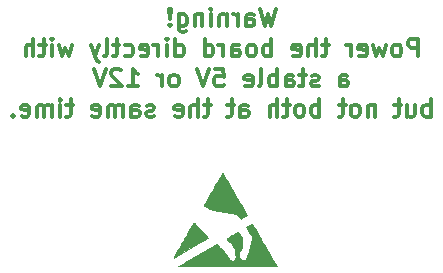
<source format=gbo>
G04 #@! TF.FileFunction,Legend,Bot*
%FSLAX46Y46*%
G04 Gerber Fmt 4.6, Leading zero omitted, Abs format (unit mm)*
G04 Created by KiCad (PCBNEW 4.0.7-e2-6376~58~ubuntu16.04.1) date Mon Mar 19 23:41:14 2018*
%MOMM*%
%LPD*%
G01*
G04 APERTURE LIST*
%ADD10C,0.100000*%
%ADD11C,0.300000*%
%ADD12C,0.010000*%
G04 APERTURE END LIST*
D10*
D11*
X153125714Y-81713571D02*
X152768571Y-83213571D01*
X152482857Y-82142143D01*
X152197143Y-83213571D01*
X151840000Y-81713571D01*
X150625714Y-83213571D02*
X150625714Y-82427857D01*
X150697143Y-82285000D01*
X150840000Y-82213571D01*
X151125714Y-82213571D01*
X151268571Y-82285000D01*
X150625714Y-83142143D02*
X150768571Y-83213571D01*
X151125714Y-83213571D01*
X151268571Y-83142143D01*
X151340000Y-82999286D01*
X151340000Y-82856429D01*
X151268571Y-82713571D01*
X151125714Y-82642143D01*
X150768571Y-82642143D01*
X150625714Y-82570714D01*
X149911428Y-83213571D02*
X149911428Y-82213571D01*
X149911428Y-82499286D02*
X149840000Y-82356429D01*
X149768571Y-82285000D01*
X149625714Y-82213571D01*
X149482857Y-82213571D01*
X148982857Y-82213571D02*
X148982857Y-83213571D01*
X148982857Y-82356429D02*
X148911429Y-82285000D01*
X148768571Y-82213571D01*
X148554286Y-82213571D01*
X148411429Y-82285000D01*
X148340000Y-82427857D01*
X148340000Y-83213571D01*
X147625714Y-83213571D02*
X147625714Y-82213571D01*
X147625714Y-81713571D02*
X147697143Y-81785000D01*
X147625714Y-81856429D01*
X147554286Y-81785000D01*
X147625714Y-81713571D01*
X147625714Y-81856429D01*
X146911428Y-82213571D02*
X146911428Y-83213571D01*
X146911428Y-82356429D02*
X146840000Y-82285000D01*
X146697142Y-82213571D01*
X146482857Y-82213571D01*
X146340000Y-82285000D01*
X146268571Y-82427857D01*
X146268571Y-83213571D01*
X144911428Y-82213571D02*
X144911428Y-83427857D01*
X144982857Y-83570714D01*
X145054285Y-83642143D01*
X145197142Y-83713571D01*
X145411428Y-83713571D01*
X145554285Y-83642143D01*
X144911428Y-83142143D02*
X145054285Y-83213571D01*
X145339999Y-83213571D01*
X145482857Y-83142143D01*
X145554285Y-83070714D01*
X145625714Y-82927857D01*
X145625714Y-82499286D01*
X145554285Y-82356429D01*
X145482857Y-82285000D01*
X145339999Y-82213571D01*
X145054285Y-82213571D01*
X144911428Y-82285000D01*
X144197142Y-83070714D02*
X144125714Y-83142143D01*
X144197142Y-83213571D01*
X144268571Y-83142143D01*
X144197142Y-83070714D01*
X144197142Y-83213571D01*
X144197142Y-82642143D02*
X144268571Y-81785000D01*
X144197142Y-81713571D01*
X144125714Y-81785000D01*
X144197142Y-82642143D01*
X144197142Y-81713571D01*
X165197142Y-85763571D02*
X165197142Y-84263571D01*
X164625714Y-84263571D01*
X164482856Y-84335000D01*
X164411428Y-84406429D01*
X164339999Y-84549286D01*
X164339999Y-84763571D01*
X164411428Y-84906429D01*
X164482856Y-84977857D01*
X164625714Y-85049286D01*
X165197142Y-85049286D01*
X163482856Y-85763571D02*
X163625714Y-85692143D01*
X163697142Y-85620714D01*
X163768571Y-85477857D01*
X163768571Y-85049286D01*
X163697142Y-84906429D01*
X163625714Y-84835000D01*
X163482856Y-84763571D01*
X163268571Y-84763571D01*
X163125714Y-84835000D01*
X163054285Y-84906429D01*
X162982856Y-85049286D01*
X162982856Y-85477857D01*
X163054285Y-85620714D01*
X163125714Y-85692143D01*
X163268571Y-85763571D01*
X163482856Y-85763571D01*
X162482856Y-84763571D02*
X162197142Y-85763571D01*
X161911428Y-85049286D01*
X161625713Y-85763571D01*
X161339999Y-84763571D01*
X160197142Y-85692143D02*
X160339999Y-85763571D01*
X160625713Y-85763571D01*
X160768570Y-85692143D01*
X160839999Y-85549286D01*
X160839999Y-84977857D01*
X160768570Y-84835000D01*
X160625713Y-84763571D01*
X160339999Y-84763571D01*
X160197142Y-84835000D01*
X160125713Y-84977857D01*
X160125713Y-85120714D01*
X160839999Y-85263571D01*
X159482856Y-85763571D02*
X159482856Y-84763571D01*
X159482856Y-85049286D02*
X159411428Y-84906429D01*
X159339999Y-84835000D01*
X159197142Y-84763571D01*
X159054285Y-84763571D01*
X157625714Y-84763571D02*
X157054285Y-84763571D01*
X157411428Y-84263571D02*
X157411428Y-85549286D01*
X157340000Y-85692143D01*
X157197142Y-85763571D01*
X157054285Y-85763571D01*
X156554285Y-85763571D02*
X156554285Y-84263571D01*
X155911428Y-85763571D02*
X155911428Y-84977857D01*
X155982857Y-84835000D01*
X156125714Y-84763571D01*
X156339999Y-84763571D01*
X156482857Y-84835000D01*
X156554285Y-84906429D01*
X154625714Y-85692143D02*
X154768571Y-85763571D01*
X155054285Y-85763571D01*
X155197142Y-85692143D01*
X155268571Y-85549286D01*
X155268571Y-84977857D01*
X155197142Y-84835000D01*
X155054285Y-84763571D01*
X154768571Y-84763571D01*
X154625714Y-84835000D01*
X154554285Y-84977857D01*
X154554285Y-85120714D01*
X155268571Y-85263571D01*
X152768571Y-85763571D02*
X152768571Y-84263571D01*
X152768571Y-84835000D02*
X152625714Y-84763571D01*
X152340000Y-84763571D01*
X152197143Y-84835000D01*
X152125714Y-84906429D01*
X152054285Y-85049286D01*
X152054285Y-85477857D01*
X152125714Y-85620714D01*
X152197143Y-85692143D01*
X152340000Y-85763571D01*
X152625714Y-85763571D01*
X152768571Y-85692143D01*
X151197142Y-85763571D02*
X151340000Y-85692143D01*
X151411428Y-85620714D01*
X151482857Y-85477857D01*
X151482857Y-85049286D01*
X151411428Y-84906429D01*
X151340000Y-84835000D01*
X151197142Y-84763571D01*
X150982857Y-84763571D01*
X150840000Y-84835000D01*
X150768571Y-84906429D01*
X150697142Y-85049286D01*
X150697142Y-85477857D01*
X150768571Y-85620714D01*
X150840000Y-85692143D01*
X150982857Y-85763571D01*
X151197142Y-85763571D01*
X149411428Y-85763571D02*
X149411428Y-84977857D01*
X149482857Y-84835000D01*
X149625714Y-84763571D01*
X149911428Y-84763571D01*
X150054285Y-84835000D01*
X149411428Y-85692143D02*
X149554285Y-85763571D01*
X149911428Y-85763571D01*
X150054285Y-85692143D01*
X150125714Y-85549286D01*
X150125714Y-85406429D01*
X150054285Y-85263571D01*
X149911428Y-85192143D01*
X149554285Y-85192143D01*
X149411428Y-85120714D01*
X148697142Y-85763571D02*
X148697142Y-84763571D01*
X148697142Y-85049286D02*
X148625714Y-84906429D01*
X148554285Y-84835000D01*
X148411428Y-84763571D01*
X148268571Y-84763571D01*
X147125714Y-85763571D02*
X147125714Y-84263571D01*
X147125714Y-85692143D02*
X147268571Y-85763571D01*
X147554285Y-85763571D01*
X147697143Y-85692143D01*
X147768571Y-85620714D01*
X147840000Y-85477857D01*
X147840000Y-85049286D01*
X147768571Y-84906429D01*
X147697143Y-84835000D01*
X147554285Y-84763571D01*
X147268571Y-84763571D01*
X147125714Y-84835000D01*
X144625714Y-85763571D02*
X144625714Y-84263571D01*
X144625714Y-85692143D02*
X144768571Y-85763571D01*
X145054285Y-85763571D01*
X145197143Y-85692143D01*
X145268571Y-85620714D01*
X145340000Y-85477857D01*
X145340000Y-85049286D01*
X145268571Y-84906429D01*
X145197143Y-84835000D01*
X145054285Y-84763571D01*
X144768571Y-84763571D01*
X144625714Y-84835000D01*
X143911428Y-85763571D02*
X143911428Y-84763571D01*
X143911428Y-84263571D02*
X143982857Y-84335000D01*
X143911428Y-84406429D01*
X143840000Y-84335000D01*
X143911428Y-84263571D01*
X143911428Y-84406429D01*
X143197142Y-85763571D02*
X143197142Y-84763571D01*
X143197142Y-85049286D02*
X143125714Y-84906429D01*
X143054285Y-84835000D01*
X142911428Y-84763571D01*
X142768571Y-84763571D01*
X141697143Y-85692143D02*
X141840000Y-85763571D01*
X142125714Y-85763571D01*
X142268571Y-85692143D01*
X142340000Y-85549286D01*
X142340000Y-84977857D01*
X142268571Y-84835000D01*
X142125714Y-84763571D01*
X141840000Y-84763571D01*
X141697143Y-84835000D01*
X141625714Y-84977857D01*
X141625714Y-85120714D01*
X142340000Y-85263571D01*
X140340000Y-85692143D02*
X140482857Y-85763571D01*
X140768571Y-85763571D01*
X140911429Y-85692143D01*
X140982857Y-85620714D01*
X141054286Y-85477857D01*
X141054286Y-85049286D01*
X140982857Y-84906429D01*
X140911429Y-84835000D01*
X140768571Y-84763571D01*
X140482857Y-84763571D01*
X140340000Y-84835000D01*
X139911429Y-84763571D02*
X139340000Y-84763571D01*
X139697143Y-84263571D02*
X139697143Y-85549286D01*
X139625715Y-85692143D01*
X139482857Y-85763571D01*
X139340000Y-85763571D01*
X138625714Y-85763571D02*
X138768572Y-85692143D01*
X138840000Y-85549286D01*
X138840000Y-84263571D01*
X138197143Y-84763571D02*
X137840000Y-85763571D01*
X137482858Y-84763571D02*
X137840000Y-85763571D01*
X137982858Y-86120714D01*
X138054286Y-86192143D01*
X138197143Y-86263571D01*
X135911429Y-84763571D02*
X135625715Y-85763571D01*
X135340001Y-85049286D01*
X135054286Y-85763571D01*
X134768572Y-84763571D01*
X134197143Y-85763571D02*
X134197143Y-84763571D01*
X134197143Y-84263571D02*
X134268572Y-84335000D01*
X134197143Y-84406429D01*
X134125715Y-84335000D01*
X134197143Y-84263571D01*
X134197143Y-84406429D01*
X133697143Y-84763571D02*
X133125714Y-84763571D01*
X133482857Y-84263571D02*
X133482857Y-85549286D01*
X133411429Y-85692143D01*
X133268571Y-85763571D01*
X133125714Y-85763571D01*
X132625714Y-85763571D02*
X132625714Y-84263571D01*
X131982857Y-85763571D02*
X131982857Y-84977857D01*
X132054286Y-84835000D01*
X132197143Y-84763571D01*
X132411428Y-84763571D01*
X132554286Y-84835000D01*
X132625714Y-84906429D01*
X158554284Y-88313571D02*
X158554284Y-87527857D01*
X158625713Y-87385000D01*
X158768570Y-87313571D01*
X159054284Y-87313571D01*
X159197141Y-87385000D01*
X158554284Y-88242143D02*
X158697141Y-88313571D01*
X159054284Y-88313571D01*
X159197141Y-88242143D01*
X159268570Y-88099286D01*
X159268570Y-87956429D01*
X159197141Y-87813571D01*
X159054284Y-87742143D01*
X158697141Y-87742143D01*
X158554284Y-87670714D01*
X156768570Y-88242143D02*
X156625713Y-88313571D01*
X156339998Y-88313571D01*
X156197141Y-88242143D01*
X156125713Y-88099286D01*
X156125713Y-88027857D01*
X156197141Y-87885000D01*
X156339998Y-87813571D01*
X156554284Y-87813571D01*
X156697141Y-87742143D01*
X156768570Y-87599286D01*
X156768570Y-87527857D01*
X156697141Y-87385000D01*
X156554284Y-87313571D01*
X156339998Y-87313571D01*
X156197141Y-87385000D01*
X155697141Y-87313571D02*
X155125712Y-87313571D01*
X155482855Y-86813571D02*
X155482855Y-88099286D01*
X155411427Y-88242143D01*
X155268569Y-88313571D01*
X155125712Y-88313571D01*
X153982855Y-88313571D02*
X153982855Y-87527857D01*
X154054284Y-87385000D01*
X154197141Y-87313571D01*
X154482855Y-87313571D01*
X154625712Y-87385000D01*
X153982855Y-88242143D02*
X154125712Y-88313571D01*
X154482855Y-88313571D01*
X154625712Y-88242143D01*
X154697141Y-88099286D01*
X154697141Y-87956429D01*
X154625712Y-87813571D01*
X154482855Y-87742143D01*
X154125712Y-87742143D01*
X153982855Y-87670714D01*
X153268569Y-88313571D02*
X153268569Y-86813571D01*
X153268569Y-87385000D02*
X153125712Y-87313571D01*
X152839998Y-87313571D01*
X152697141Y-87385000D01*
X152625712Y-87456429D01*
X152554283Y-87599286D01*
X152554283Y-88027857D01*
X152625712Y-88170714D01*
X152697141Y-88242143D01*
X152839998Y-88313571D01*
X153125712Y-88313571D01*
X153268569Y-88242143D01*
X151697140Y-88313571D02*
X151839998Y-88242143D01*
X151911426Y-88099286D01*
X151911426Y-86813571D01*
X150554284Y-88242143D02*
X150697141Y-88313571D01*
X150982855Y-88313571D01*
X151125712Y-88242143D01*
X151197141Y-88099286D01*
X151197141Y-87527857D01*
X151125712Y-87385000D01*
X150982855Y-87313571D01*
X150697141Y-87313571D01*
X150554284Y-87385000D01*
X150482855Y-87527857D01*
X150482855Y-87670714D01*
X151197141Y-87813571D01*
X147982855Y-86813571D02*
X148697141Y-86813571D01*
X148768570Y-87527857D01*
X148697141Y-87456429D01*
X148554284Y-87385000D01*
X148197141Y-87385000D01*
X148054284Y-87456429D01*
X147982855Y-87527857D01*
X147911427Y-87670714D01*
X147911427Y-88027857D01*
X147982855Y-88170714D01*
X148054284Y-88242143D01*
X148197141Y-88313571D01*
X148554284Y-88313571D01*
X148697141Y-88242143D01*
X148768570Y-88170714D01*
X147482856Y-86813571D02*
X146982856Y-88313571D01*
X146482856Y-86813571D01*
X144625713Y-88313571D02*
X144768571Y-88242143D01*
X144839999Y-88170714D01*
X144911428Y-88027857D01*
X144911428Y-87599286D01*
X144839999Y-87456429D01*
X144768571Y-87385000D01*
X144625713Y-87313571D01*
X144411428Y-87313571D01*
X144268571Y-87385000D01*
X144197142Y-87456429D01*
X144125713Y-87599286D01*
X144125713Y-88027857D01*
X144197142Y-88170714D01*
X144268571Y-88242143D01*
X144411428Y-88313571D01*
X144625713Y-88313571D01*
X143482856Y-88313571D02*
X143482856Y-87313571D01*
X143482856Y-87599286D02*
X143411428Y-87456429D01*
X143339999Y-87385000D01*
X143197142Y-87313571D01*
X143054285Y-87313571D01*
X140625714Y-88313571D02*
X141482857Y-88313571D01*
X141054285Y-88313571D02*
X141054285Y-86813571D01*
X141197142Y-87027857D01*
X141340000Y-87170714D01*
X141482857Y-87242143D01*
X140054286Y-86956429D02*
X139982857Y-86885000D01*
X139840000Y-86813571D01*
X139482857Y-86813571D01*
X139340000Y-86885000D01*
X139268571Y-86956429D01*
X139197143Y-87099286D01*
X139197143Y-87242143D01*
X139268571Y-87456429D01*
X140125714Y-88313571D01*
X139197143Y-88313571D01*
X138768572Y-86813571D02*
X138268572Y-88313571D01*
X137768572Y-86813571D01*
X166268572Y-90863571D02*
X166268572Y-89363571D01*
X166268572Y-89935000D02*
X166125715Y-89863571D01*
X165840001Y-89863571D01*
X165697144Y-89935000D01*
X165625715Y-90006429D01*
X165554286Y-90149286D01*
X165554286Y-90577857D01*
X165625715Y-90720714D01*
X165697144Y-90792143D01*
X165840001Y-90863571D01*
X166125715Y-90863571D01*
X166268572Y-90792143D01*
X164268572Y-89863571D02*
X164268572Y-90863571D01*
X164911429Y-89863571D02*
X164911429Y-90649286D01*
X164840001Y-90792143D01*
X164697143Y-90863571D01*
X164482858Y-90863571D01*
X164340001Y-90792143D01*
X164268572Y-90720714D01*
X163768572Y-89863571D02*
X163197143Y-89863571D01*
X163554286Y-89363571D02*
X163554286Y-90649286D01*
X163482858Y-90792143D01*
X163340000Y-90863571D01*
X163197143Y-90863571D01*
X161554286Y-89863571D02*
X161554286Y-90863571D01*
X161554286Y-90006429D02*
X161482858Y-89935000D01*
X161340000Y-89863571D01*
X161125715Y-89863571D01*
X160982858Y-89935000D01*
X160911429Y-90077857D01*
X160911429Y-90863571D01*
X159982857Y-90863571D02*
X160125715Y-90792143D01*
X160197143Y-90720714D01*
X160268572Y-90577857D01*
X160268572Y-90149286D01*
X160197143Y-90006429D01*
X160125715Y-89935000D01*
X159982857Y-89863571D01*
X159768572Y-89863571D01*
X159625715Y-89935000D01*
X159554286Y-90006429D01*
X159482857Y-90149286D01*
X159482857Y-90577857D01*
X159554286Y-90720714D01*
X159625715Y-90792143D01*
X159768572Y-90863571D01*
X159982857Y-90863571D01*
X159054286Y-89863571D02*
X158482857Y-89863571D01*
X158840000Y-89363571D02*
X158840000Y-90649286D01*
X158768572Y-90792143D01*
X158625714Y-90863571D01*
X158482857Y-90863571D01*
X156840000Y-90863571D02*
X156840000Y-89363571D01*
X156840000Y-89935000D02*
X156697143Y-89863571D01*
X156411429Y-89863571D01*
X156268572Y-89935000D01*
X156197143Y-90006429D01*
X156125714Y-90149286D01*
X156125714Y-90577857D01*
X156197143Y-90720714D01*
X156268572Y-90792143D01*
X156411429Y-90863571D01*
X156697143Y-90863571D01*
X156840000Y-90792143D01*
X155268571Y-90863571D02*
X155411429Y-90792143D01*
X155482857Y-90720714D01*
X155554286Y-90577857D01*
X155554286Y-90149286D01*
X155482857Y-90006429D01*
X155411429Y-89935000D01*
X155268571Y-89863571D01*
X155054286Y-89863571D01*
X154911429Y-89935000D01*
X154840000Y-90006429D01*
X154768571Y-90149286D01*
X154768571Y-90577857D01*
X154840000Y-90720714D01*
X154911429Y-90792143D01*
X155054286Y-90863571D01*
X155268571Y-90863571D01*
X154340000Y-89863571D02*
X153768571Y-89863571D01*
X154125714Y-89363571D02*
X154125714Y-90649286D01*
X154054286Y-90792143D01*
X153911428Y-90863571D01*
X153768571Y-90863571D01*
X153268571Y-90863571D02*
X153268571Y-89363571D01*
X152625714Y-90863571D02*
X152625714Y-90077857D01*
X152697143Y-89935000D01*
X152840000Y-89863571D01*
X153054285Y-89863571D01*
X153197143Y-89935000D01*
X153268571Y-90006429D01*
X150125714Y-90863571D02*
X150125714Y-90077857D01*
X150197143Y-89935000D01*
X150340000Y-89863571D01*
X150625714Y-89863571D01*
X150768571Y-89935000D01*
X150125714Y-90792143D02*
X150268571Y-90863571D01*
X150625714Y-90863571D01*
X150768571Y-90792143D01*
X150840000Y-90649286D01*
X150840000Y-90506429D01*
X150768571Y-90363571D01*
X150625714Y-90292143D01*
X150268571Y-90292143D01*
X150125714Y-90220714D01*
X149625714Y-89863571D02*
X149054285Y-89863571D01*
X149411428Y-89363571D02*
X149411428Y-90649286D01*
X149340000Y-90792143D01*
X149197142Y-90863571D01*
X149054285Y-90863571D01*
X147625714Y-89863571D02*
X147054285Y-89863571D01*
X147411428Y-89363571D02*
X147411428Y-90649286D01*
X147340000Y-90792143D01*
X147197142Y-90863571D01*
X147054285Y-90863571D01*
X146554285Y-90863571D02*
X146554285Y-89363571D01*
X145911428Y-90863571D02*
X145911428Y-90077857D01*
X145982857Y-89935000D01*
X146125714Y-89863571D01*
X146339999Y-89863571D01*
X146482857Y-89935000D01*
X146554285Y-90006429D01*
X144625714Y-90792143D02*
X144768571Y-90863571D01*
X145054285Y-90863571D01*
X145197142Y-90792143D01*
X145268571Y-90649286D01*
X145268571Y-90077857D01*
X145197142Y-89935000D01*
X145054285Y-89863571D01*
X144768571Y-89863571D01*
X144625714Y-89935000D01*
X144554285Y-90077857D01*
X144554285Y-90220714D01*
X145268571Y-90363571D01*
X142840000Y-90792143D02*
X142697143Y-90863571D01*
X142411428Y-90863571D01*
X142268571Y-90792143D01*
X142197143Y-90649286D01*
X142197143Y-90577857D01*
X142268571Y-90435000D01*
X142411428Y-90363571D01*
X142625714Y-90363571D01*
X142768571Y-90292143D01*
X142840000Y-90149286D01*
X142840000Y-90077857D01*
X142768571Y-89935000D01*
X142625714Y-89863571D01*
X142411428Y-89863571D01*
X142268571Y-89935000D01*
X140911428Y-90863571D02*
X140911428Y-90077857D01*
X140982857Y-89935000D01*
X141125714Y-89863571D01*
X141411428Y-89863571D01*
X141554285Y-89935000D01*
X140911428Y-90792143D02*
X141054285Y-90863571D01*
X141411428Y-90863571D01*
X141554285Y-90792143D01*
X141625714Y-90649286D01*
X141625714Y-90506429D01*
X141554285Y-90363571D01*
X141411428Y-90292143D01*
X141054285Y-90292143D01*
X140911428Y-90220714D01*
X140197142Y-90863571D02*
X140197142Y-89863571D01*
X140197142Y-90006429D02*
X140125714Y-89935000D01*
X139982856Y-89863571D01*
X139768571Y-89863571D01*
X139625714Y-89935000D01*
X139554285Y-90077857D01*
X139554285Y-90863571D01*
X139554285Y-90077857D02*
X139482856Y-89935000D01*
X139339999Y-89863571D01*
X139125714Y-89863571D01*
X138982856Y-89935000D01*
X138911428Y-90077857D01*
X138911428Y-90863571D01*
X137625714Y-90792143D02*
X137768571Y-90863571D01*
X138054285Y-90863571D01*
X138197142Y-90792143D01*
X138268571Y-90649286D01*
X138268571Y-90077857D01*
X138197142Y-89935000D01*
X138054285Y-89863571D01*
X137768571Y-89863571D01*
X137625714Y-89935000D01*
X137554285Y-90077857D01*
X137554285Y-90220714D01*
X138268571Y-90363571D01*
X135982857Y-89863571D02*
X135411428Y-89863571D01*
X135768571Y-89363571D02*
X135768571Y-90649286D01*
X135697143Y-90792143D01*
X135554285Y-90863571D01*
X135411428Y-90863571D01*
X134911428Y-90863571D02*
X134911428Y-89863571D01*
X134911428Y-89363571D02*
X134982857Y-89435000D01*
X134911428Y-89506429D01*
X134840000Y-89435000D01*
X134911428Y-89363571D01*
X134911428Y-89506429D01*
X134197142Y-90863571D02*
X134197142Y-89863571D01*
X134197142Y-90006429D02*
X134125714Y-89935000D01*
X133982856Y-89863571D01*
X133768571Y-89863571D01*
X133625714Y-89935000D01*
X133554285Y-90077857D01*
X133554285Y-90863571D01*
X133554285Y-90077857D02*
X133482856Y-89935000D01*
X133339999Y-89863571D01*
X133125714Y-89863571D01*
X132982856Y-89935000D01*
X132911428Y-90077857D01*
X132911428Y-90863571D01*
X131625714Y-90792143D02*
X131768571Y-90863571D01*
X132054285Y-90863571D01*
X132197142Y-90792143D01*
X132268571Y-90649286D01*
X132268571Y-90077857D01*
X132197142Y-89935000D01*
X132054285Y-89863571D01*
X131768571Y-89863571D01*
X131625714Y-89935000D01*
X131554285Y-90077857D01*
X131554285Y-90220714D01*
X132268571Y-90363571D01*
X130911428Y-90720714D02*
X130840000Y-90792143D01*
X130911428Y-90863571D01*
X130982857Y-90792143D01*
X130911428Y-90720714D01*
X130911428Y-90863571D01*
D12*
G36*
X151103251Y-99960036D02*
X151059456Y-99976972D01*
X150992707Y-100010601D01*
X150896863Y-100063334D01*
X150889401Y-100067525D01*
X150801129Y-100118001D01*
X150726637Y-100162223D01*
X150673240Y-100195731D01*
X150648254Y-100214064D01*
X150647555Y-100214962D01*
X150653591Y-100240414D01*
X150681277Y-100297255D01*
X150728812Y-100382389D01*
X150794389Y-100492717D01*
X150876203Y-100625144D01*
X150972452Y-100776571D01*
X150996406Y-100813707D01*
X151058817Y-100916757D01*
X151104263Y-101005432D01*
X151128754Y-101071714D01*
X151131267Y-101084807D01*
X151130152Y-101142443D01*
X151117657Y-101233865D01*
X151095340Y-101353208D01*
X151064760Y-101494609D01*
X151027472Y-101652203D01*
X150985035Y-101820126D01*
X150939006Y-101992514D01*
X150890943Y-102163501D01*
X150842403Y-102327224D01*
X150794943Y-102477818D01*
X150750122Y-102609420D01*
X150709497Y-102716163D01*
X150681177Y-102779494D01*
X150647817Y-102846957D01*
X150616318Y-102911511D01*
X150614613Y-102915045D01*
X150562502Y-102980250D01*
X150486446Y-103024156D01*
X150397908Y-103045197D01*
X150308352Y-103041807D01*
X150229242Y-103012423D01*
X150184736Y-102973736D01*
X150120644Y-102867636D01*
X150073678Y-102735405D01*
X150047910Y-102590527D01*
X150044259Y-102508394D01*
X150058961Y-102355105D01*
X150102110Y-102228166D01*
X150176028Y-102121418D01*
X150199079Y-102097657D01*
X150267675Y-102031009D01*
X150272386Y-101559916D01*
X150277097Y-101088822D01*
X150157054Y-100907106D01*
X150100723Y-100824856D01*
X150046472Y-100750865D01*
X150002041Y-100695448D01*
X149982944Y-100675056D01*
X149928876Y-100624723D01*
X149855650Y-100664158D01*
X149809367Y-100692415D01*
X149784043Y-100714354D01*
X149782424Y-100718299D01*
X149765116Y-100735023D01*
X149735503Y-100747476D01*
X149706886Y-100758700D01*
X149663066Y-100780024D01*
X149600282Y-100813529D01*
X149514772Y-100861296D01*
X149402774Y-100925407D01*
X149260527Y-101007944D01*
X149183227Y-101053065D01*
X149092298Y-101107111D01*
X149032661Y-101145604D01*
X148999039Y-101173044D01*
X148986156Y-101193934D01*
X148988735Y-101212775D01*
X148990885Y-101217152D01*
X149011803Y-101244714D01*
X149056560Y-101296416D01*
X149119943Y-101366475D01*
X149196738Y-101449107D01*
X149263156Y-101519156D01*
X149416210Y-101685414D01*
X149535944Y-101829519D01*
X149623427Y-101952921D01*
X149679726Y-102057068D01*
X149698716Y-102109954D01*
X149706560Y-102156250D01*
X149714662Y-102235221D01*
X149722309Y-102337846D01*
X149728788Y-102455103D01*
X149731837Y-102529248D01*
X149736092Y-102657427D01*
X149737964Y-102751138D01*
X149736901Y-102817583D01*
X149732354Y-102863961D01*
X149723773Y-102897474D01*
X149710606Y-102925321D01*
X149700265Y-102942324D01*
X149640544Y-103007862D01*
X149563589Y-103053532D01*
X149482620Y-103073450D01*
X149421942Y-103066244D01*
X149367001Y-103035066D01*
X149298133Y-102979230D01*
X149224995Y-102908474D01*
X149157248Y-102832537D01*
X149104550Y-102761159D01*
X149085147Y-102726668D01*
X149056081Y-102679441D01*
X149003217Y-102607506D01*
X148931384Y-102516485D01*
X148845412Y-102412000D01*
X148750132Y-102299675D01*
X148650373Y-102185130D01*
X148550966Y-102073990D01*
X148456741Y-101971875D01*
X148372527Y-101884408D01*
X148306409Y-101820198D01*
X148233001Y-101756057D01*
X148171247Y-101708763D01*
X148127934Y-101683235D01*
X148113555Y-101680429D01*
X148091521Y-101691752D01*
X148036562Y-101722144D01*
X147951848Y-101769780D01*
X147840552Y-101832835D01*
X147705844Y-101909485D01*
X147550897Y-101997905D01*
X147378881Y-102096270D01*
X147192968Y-102202756D01*
X146996330Y-102315537D01*
X146792137Y-102432789D01*
X146583561Y-102552687D01*
X146373775Y-102673407D01*
X146165948Y-102793123D01*
X145963253Y-102910011D01*
X145768860Y-103022246D01*
X145585942Y-103128004D01*
X145417670Y-103225460D01*
X145267215Y-103312788D01*
X145137749Y-103388165D01*
X145032443Y-103449765D01*
X144954468Y-103495764D01*
X144906996Y-103524337D01*
X144893237Y-103533304D01*
X144911769Y-103535076D01*
X144970067Y-103536799D01*
X145066191Y-103538464D01*
X145198201Y-103540063D01*
X145364154Y-103541587D01*
X145562111Y-103543029D01*
X145790130Y-103544380D01*
X146046271Y-103545632D01*
X146328592Y-103546776D01*
X146635153Y-103547804D01*
X146964013Y-103548708D01*
X147313231Y-103549479D01*
X147680865Y-103550109D01*
X148064976Y-103550590D01*
X148463623Y-103550914D01*
X148874863Y-103551072D01*
X149047420Y-103551087D01*
X153221414Y-103551087D01*
X152923732Y-103034954D01*
X152860714Y-102925665D01*
X152779594Y-102784940D01*
X152683084Y-102617486D01*
X152573897Y-102428012D01*
X152454745Y-102221223D01*
X152328340Y-102001828D01*
X152197395Y-101774533D01*
X152064621Y-101544046D01*
X151932731Y-101315073D01*
X151899376Y-101257163D01*
X151777753Y-101046232D01*
X151661772Y-100845535D01*
X151553175Y-100658059D01*
X151453706Y-100486792D01*
X151365108Y-100334723D01*
X151289122Y-100204838D01*
X151227493Y-100100125D01*
X151181963Y-100023573D01*
X151154275Y-99978169D01*
X151146528Y-99966609D01*
X151130228Y-99957385D01*
X151103251Y-99960036D01*
X151103251Y-99960036D01*
G37*
X151103251Y-99960036D02*
X151059456Y-99976972D01*
X150992707Y-100010601D01*
X150896863Y-100063334D01*
X150889401Y-100067525D01*
X150801129Y-100118001D01*
X150726637Y-100162223D01*
X150673240Y-100195731D01*
X150648254Y-100214064D01*
X150647555Y-100214962D01*
X150653591Y-100240414D01*
X150681277Y-100297255D01*
X150728812Y-100382389D01*
X150794389Y-100492717D01*
X150876203Y-100625144D01*
X150972452Y-100776571D01*
X150996406Y-100813707D01*
X151058817Y-100916757D01*
X151104263Y-101005432D01*
X151128754Y-101071714D01*
X151131267Y-101084807D01*
X151130152Y-101142443D01*
X151117657Y-101233865D01*
X151095340Y-101353208D01*
X151064760Y-101494609D01*
X151027472Y-101652203D01*
X150985035Y-101820126D01*
X150939006Y-101992514D01*
X150890943Y-102163501D01*
X150842403Y-102327224D01*
X150794943Y-102477818D01*
X150750122Y-102609420D01*
X150709497Y-102716163D01*
X150681177Y-102779494D01*
X150647817Y-102846957D01*
X150616318Y-102911511D01*
X150614613Y-102915045D01*
X150562502Y-102980250D01*
X150486446Y-103024156D01*
X150397908Y-103045197D01*
X150308352Y-103041807D01*
X150229242Y-103012423D01*
X150184736Y-102973736D01*
X150120644Y-102867636D01*
X150073678Y-102735405D01*
X150047910Y-102590527D01*
X150044259Y-102508394D01*
X150058961Y-102355105D01*
X150102110Y-102228166D01*
X150176028Y-102121418D01*
X150199079Y-102097657D01*
X150267675Y-102031009D01*
X150272386Y-101559916D01*
X150277097Y-101088822D01*
X150157054Y-100907106D01*
X150100723Y-100824856D01*
X150046472Y-100750865D01*
X150002041Y-100695448D01*
X149982944Y-100675056D01*
X149928876Y-100624723D01*
X149855650Y-100664158D01*
X149809367Y-100692415D01*
X149784043Y-100714354D01*
X149782424Y-100718299D01*
X149765116Y-100735023D01*
X149735503Y-100747476D01*
X149706886Y-100758700D01*
X149663066Y-100780024D01*
X149600282Y-100813529D01*
X149514772Y-100861296D01*
X149402774Y-100925407D01*
X149260527Y-101007944D01*
X149183227Y-101053065D01*
X149092298Y-101107111D01*
X149032661Y-101145604D01*
X148999039Y-101173044D01*
X148986156Y-101193934D01*
X148988735Y-101212775D01*
X148990885Y-101217152D01*
X149011803Y-101244714D01*
X149056560Y-101296416D01*
X149119943Y-101366475D01*
X149196738Y-101449107D01*
X149263156Y-101519156D01*
X149416210Y-101685414D01*
X149535944Y-101829519D01*
X149623427Y-101952921D01*
X149679726Y-102057068D01*
X149698716Y-102109954D01*
X149706560Y-102156250D01*
X149714662Y-102235221D01*
X149722309Y-102337846D01*
X149728788Y-102455103D01*
X149731837Y-102529248D01*
X149736092Y-102657427D01*
X149737964Y-102751138D01*
X149736901Y-102817583D01*
X149732354Y-102863961D01*
X149723773Y-102897474D01*
X149710606Y-102925321D01*
X149700265Y-102942324D01*
X149640544Y-103007862D01*
X149563589Y-103053532D01*
X149482620Y-103073450D01*
X149421942Y-103066244D01*
X149367001Y-103035066D01*
X149298133Y-102979230D01*
X149224995Y-102908474D01*
X149157248Y-102832537D01*
X149104550Y-102761159D01*
X149085147Y-102726668D01*
X149056081Y-102679441D01*
X149003217Y-102607506D01*
X148931384Y-102516485D01*
X148845412Y-102412000D01*
X148750132Y-102299675D01*
X148650373Y-102185130D01*
X148550966Y-102073990D01*
X148456741Y-101971875D01*
X148372527Y-101884408D01*
X148306409Y-101820198D01*
X148233001Y-101756057D01*
X148171247Y-101708763D01*
X148127934Y-101683235D01*
X148113555Y-101680429D01*
X148091521Y-101691752D01*
X148036562Y-101722144D01*
X147951848Y-101769780D01*
X147840552Y-101832835D01*
X147705844Y-101909485D01*
X147550897Y-101997905D01*
X147378881Y-102096270D01*
X147192968Y-102202756D01*
X146996330Y-102315537D01*
X146792137Y-102432789D01*
X146583561Y-102552687D01*
X146373775Y-102673407D01*
X146165948Y-102793123D01*
X145963253Y-102910011D01*
X145768860Y-103022246D01*
X145585942Y-103128004D01*
X145417670Y-103225460D01*
X145267215Y-103312788D01*
X145137749Y-103388165D01*
X145032443Y-103449765D01*
X144954468Y-103495764D01*
X144906996Y-103524337D01*
X144893237Y-103533304D01*
X144911769Y-103535076D01*
X144970067Y-103536799D01*
X145066191Y-103538464D01*
X145198201Y-103540063D01*
X145364154Y-103541587D01*
X145562111Y-103543029D01*
X145790130Y-103544380D01*
X146046271Y-103545632D01*
X146328592Y-103546776D01*
X146635153Y-103547804D01*
X146964013Y-103548708D01*
X147313231Y-103549479D01*
X147680865Y-103550109D01*
X148064976Y-103550590D01*
X148463623Y-103550914D01*
X148874863Y-103551072D01*
X149047420Y-103551087D01*
X153221414Y-103551087D01*
X152923732Y-103034954D01*
X152860714Y-102925665D01*
X152779594Y-102784940D01*
X152683084Y-102617486D01*
X152573897Y-102428012D01*
X152454745Y-102221223D01*
X152328340Y-102001828D01*
X152197395Y-101774533D01*
X152064621Y-101544046D01*
X151932731Y-101315073D01*
X151899376Y-101257163D01*
X151777753Y-101046232D01*
X151661772Y-100845535D01*
X151553175Y-100658059D01*
X151453706Y-100486792D01*
X151365108Y-100334723D01*
X151289122Y-100204838D01*
X151227493Y-100100125D01*
X151181963Y-100023573D01*
X151154275Y-99978169D01*
X151146528Y-99966609D01*
X151130228Y-99957385D01*
X151103251Y-99960036D01*
G36*
X146167854Y-99883908D02*
X146152531Y-99909590D01*
X146118089Y-99968469D01*
X146066231Y-100057602D01*
X145998660Y-100174049D01*
X145917079Y-100314867D01*
X145823191Y-100477114D01*
X145718701Y-100657849D01*
X145605310Y-100854130D01*
X145484722Y-101063016D01*
X145360687Y-101278017D01*
X145234013Y-101497649D01*
X145112392Y-101708495D01*
X144997588Y-101907499D01*
X144891362Y-102091607D01*
X144795477Y-102257765D01*
X144711698Y-102402917D01*
X144641786Y-102524009D01*
X144587504Y-102617988D01*
X144550615Y-102681797D01*
X144533269Y-102711719D01*
X144504993Y-102762271D01*
X144489618Y-102793914D01*
X144488776Y-102799420D01*
X144507512Y-102789082D01*
X144559614Y-102759407D01*
X144642360Y-102711968D01*
X144753025Y-102648333D01*
X144888886Y-102570074D01*
X145047219Y-102478759D01*
X145225302Y-102375960D01*
X145420410Y-102263247D01*
X145629820Y-102142189D01*
X145850809Y-102014357D01*
X145934887Y-101965702D01*
X146159830Y-101835567D01*
X146374476Y-101711497D01*
X146576068Y-101595077D01*
X146761852Y-101487893D01*
X146929072Y-101391531D01*
X147074973Y-101307578D01*
X147196799Y-101237620D01*
X147291796Y-101183243D01*
X147357208Y-101146034D01*
X147390280Y-101127578D01*
X147393738Y-101125830D01*
X147383661Y-101110005D01*
X147348593Y-101067692D01*
X147292115Y-101002790D01*
X147217807Y-100919196D01*
X147129248Y-100820809D01*
X147030020Y-100711525D01*
X146923702Y-100595244D01*
X146813875Y-100475862D01*
X146704118Y-100357277D01*
X146598012Y-100243388D01*
X146499138Y-100138092D01*
X146411074Y-100045287D01*
X146337401Y-99968870D01*
X146281700Y-99912740D01*
X146262597Y-99894335D01*
X146199292Y-99834872D01*
X146167854Y-99883908D01*
X146167854Y-99883908D01*
G37*
X146167854Y-99883908D02*
X146152531Y-99909590D01*
X146118089Y-99968469D01*
X146066231Y-100057602D01*
X145998660Y-100174049D01*
X145917079Y-100314867D01*
X145823191Y-100477114D01*
X145718701Y-100657849D01*
X145605310Y-100854130D01*
X145484722Y-101063016D01*
X145360687Y-101278017D01*
X145234013Y-101497649D01*
X145112392Y-101708495D01*
X144997588Y-101907499D01*
X144891362Y-102091607D01*
X144795477Y-102257765D01*
X144711698Y-102402917D01*
X144641786Y-102524009D01*
X144587504Y-102617988D01*
X144550615Y-102681797D01*
X144533269Y-102711719D01*
X144504993Y-102762271D01*
X144489618Y-102793914D01*
X144488776Y-102799420D01*
X144507512Y-102789082D01*
X144559614Y-102759407D01*
X144642360Y-102711968D01*
X144753025Y-102648333D01*
X144888886Y-102570074D01*
X145047219Y-102478759D01*
X145225302Y-102375960D01*
X145420410Y-102263247D01*
X145629820Y-102142189D01*
X145850809Y-102014357D01*
X145934887Y-101965702D01*
X146159830Y-101835567D01*
X146374476Y-101711497D01*
X146576068Y-101595077D01*
X146761852Y-101487893D01*
X146929072Y-101391531D01*
X147074973Y-101307578D01*
X147196799Y-101237620D01*
X147291796Y-101183243D01*
X147357208Y-101146034D01*
X147390280Y-101127578D01*
X147393738Y-101125830D01*
X147383661Y-101110005D01*
X147348593Y-101067692D01*
X147292115Y-101002790D01*
X147217807Y-100919196D01*
X147129248Y-100820809D01*
X147030020Y-100711525D01*
X146923702Y-100595244D01*
X146813875Y-100475862D01*
X146704118Y-100357277D01*
X146598012Y-100243388D01*
X146499138Y-100138092D01*
X146411074Y-100045287D01*
X146337401Y-99968870D01*
X146281700Y-99912740D01*
X146262597Y-99894335D01*
X146199292Y-99834872D01*
X146167854Y-99883908D01*
G36*
X148623122Y-95644166D02*
X148592124Y-95694538D01*
X148544366Y-95774341D01*
X148481806Y-95880180D01*
X148406403Y-96008659D01*
X148320115Y-96156384D01*
X148224899Y-96319958D01*
X148122715Y-96495987D01*
X148015519Y-96681075D01*
X147905271Y-96871827D01*
X147793929Y-97064847D01*
X147683450Y-97256741D01*
X147575793Y-97444111D01*
X147472916Y-97623565D01*
X147376777Y-97791705D01*
X147289335Y-97945137D01*
X147212547Y-98080465D01*
X147148372Y-98194294D01*
X147098767Y-98283229D01*
X147065691Y-98343874D01*
X147051103Y-98372833D01*
X147050569Y-98374644D01*
X147068679Y-98399217D01*
X147119020Y-98436807D01*
X147195605Y-98483722D01*
X147292448Y-98536274D01*
X147393833Y-98586213D01*
X147531785Y-98646769D01*
X147676858Y-98701179D01*
X147834050Y-98750651D01*
X148008357Y-98796395D01*
X148204778Y-98839620D01*
X148428311Y-98881534D01*
X148683952Y-98923347D01*
X148948394Y-98962284D01*
X149178148Y-98996828D01*
X149371083Y-99031026D01*
X149532036Y-99066577D01*
X149665845Y-99105182D01*
X149777350Y-99148539D01*
X149871386Y-99198348D01*
X149952794Y-99256309D01*
X150026410Y-99324120D01*
X150050149Y-99349312D01*
X150101603Y-99407958D01*
X150139666Y-99455815D01*
X150157323Y-99483958D01*
X150157794Y-99486265D01*
X150163972Y-99500416D01*
X150185410Y-99500575D01*
X150226467Y-99484861D01*
X150291499Y-99451391D01*
X150384863Y-99398281D01*
X150449748Y-99360088D01*
X150546499Y-99300385D01*
X150621688Y-99249263D01*
X150670261Y-99210399D01*
X150687165Y-99187472D01*
X150687155Y-99187305D01*
X150676672Y-99165456D01*
X150647069Y-99110739D01*
X150600062Y-99026136D01*
X150537371Y-98914629D01*
X150460714Y-98779201D01*
X150371809Y-98622833D01*
X150272374Y-98448507D01*
X150164128Y-98259206D01*
X150048789Y-98057911D01*
X149928076Y-97847605D01*
X149803706Y-97631271D01*
X149677399Y-97411889D01*
X149550873Y-97192442D01*
X149425845Y-96975912D01*
X149304035Y-96765281D01*
X149187161Y-96563532D01*
X149076940Y-96373647D01*
X148975092Y-96198606D01*
X148883335Y-96041394D01*
X148803387Y-95904991D01*
X148736966Y-95792380D01*
X148685791Y-95706543D01*
X148651580Y-95650462D01*
X148636052Y-95627119D01*
X148635402Y-95626621D01*
X148623122Y-95644166D01*
X148623122Y-95644166D01*
G37*
X148623122Y-95644166D02*
X148592124Y-95694538D01*
X148544366Y-95774341D01*
X148481806Y-95880180D01*
X148406403Y-96008659D01*
X148320115Y-96156384D01*
X148224899Y-96319958D01*
X148122715Y-96495987D01*
X148015519Y-96681075D01*
X147905271Y-96871827D01*
X147793929Y-97064847D01*
X147683450Y-97256741D01*
X147575793Y-97444111D01*
X147472916Y-97623565D01*
X147376777Y-97791705D01*
X147289335Y-97945137D01*
X147212547Y-98080465D01*
X147148372Y-98194294D01*
X147098767Y-98283229D01*
X147065691Y-98343874D01*
X147051103Y-98372833D01*
X147050569Y-98374644D01*
X147068679Y-98399217D01*
X147119020Y-98436807D01*
X147195605Y-98483722D01*
X147292448Y-98536274D01*
X147393833Y-98586213D01*
X147531785Y-98646769D01*
X147676858Y-98701179D01*
X147834050Y-98750651D01*
X148008357Y-98796395D01*
X148204778Y-98839620D01*
X148428311Y-98881534D01*
X148683952Y-98923347D01*
X148948394Y-98962284D01*
X149178148Y-98996828D01*
X149371083Y-99031026D01*
X149532036Y-99066577D01*
X149665845Y-99105182D01*
X149777350Y-99148539D01*
X149871386Y-99198348D01*
X149952794Y-99256309D01*
X150026410Y-99324120D01*
X150050149Y-99349312D01*
X150101603Y-99407958D01*
X150139666Y-99455815D01*
X150157323Y-99483958D01*
X150157794Y-99486265D01*
X150163972Y-99500416D01*
X150185410Y-99500575D01*
X150226467Y-99484861D01*
X150291499Y-99451391D01*
X150384863Y-99398281D01*
X150449748Y-99360088D01*
X150546499Y-99300385D01*
X150621688Y-99249263D01*
X150670261Y-99210399D01*
X150687165Y-99187472D01*
X150687155Y-99187305D01*
X150676672Y-99165456D01*
X150647069Y-99110739D01*
X150600062Y-99026136D01*
X150537371Y-98914629D01*
X150460714Y-98779201D01*
X150371809Y-98622833D01*
X150272374Y-98448507D01*
X150164128Y-98259206D01*
X150048789Y-98057911D01*
X149928076Y-97847605D01*
X149803706Y-97631271D01*
X149677399Y-97411889D01*
X149550873Y-97192442D01*
X149425845Y-96975912D01*
X149304035Y-96765281D01*
X149187161Y-96563532D01*
X149076940Y-96373647D01*
X148975092Y-96198606D01*
X148883335Y-96041394D01*
X148803387Y-95904991D01*
X148736966Y-95792380D01*
X148685791Y-95706543D01*
X148651580Y-95650462D01*
X148636052Y-95627119D01*
X148635402Y-95626621D01*
X148623122Y-95644166D01*
M02*

</source>
